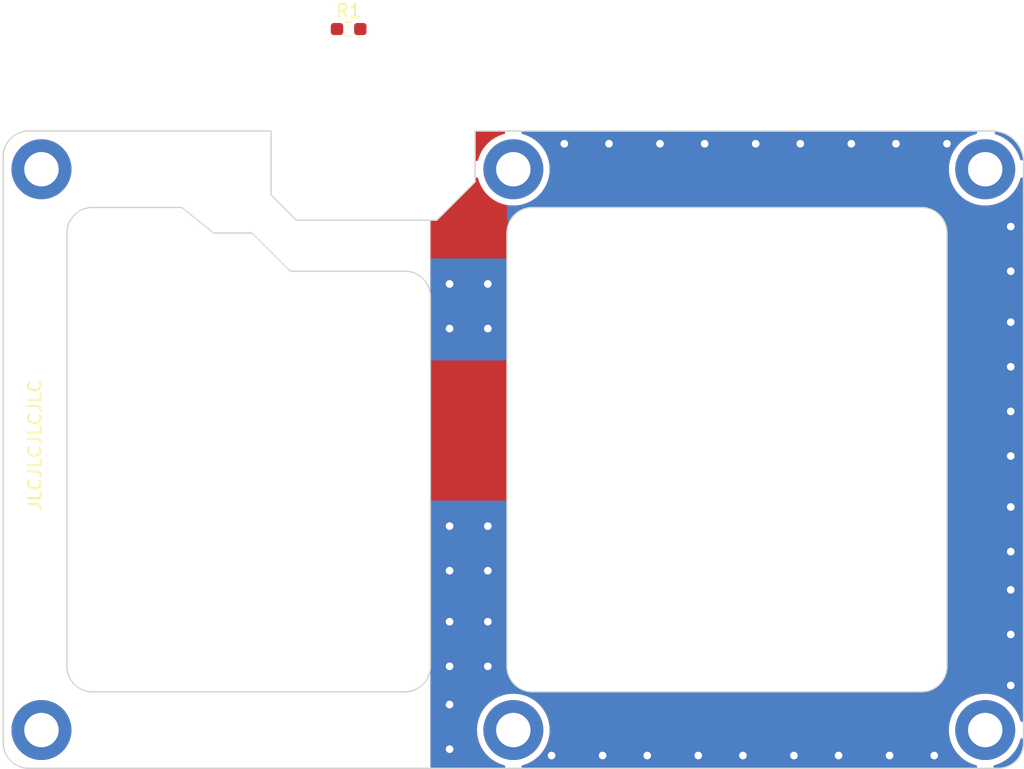
<source format=kicad_pcb>
(kicad_pcb (version 20221018) (generator pcbnew)
  (layers (0 "F.Cu" signal) (31 "B.Cu" signal) (34 "B.Paste" user) (35 "F.Paste" user) (36 "B.SilkS" user "B.Silkscreen") (37 "F.SilkS" user "F.Silkscreen") (38 "B.Mask" user) (39 "F.Mask" user) (44 "Edge.Cuts" user))
  (net 0 "")
  (net 1 "GND")
  (footprint "Resistor_SMD:R_0603_1608Metric_Pad0.98x0.95mm_HandSolder" (layer "F.Cu") (at 77.0875 42)
    (fp_text reference "R1" (at 0 -1.43) (layer "F.SilkS"))
    (fp_text value "DNP")
    (fp_line (start -0.254724 -0.5225) (end 0.254724 -0.5225) (stroke (width 0.12)) (layer "F.SilkS"))
    (fp_line (start -0.254724 0.5225) (end 0.254724 0.5225) (stroke (width 0.12)) (layer "F.SilkS"))
    (pad "1" smd roundrect (at -0.9125 0) (size 0.975 0.95) (layers "F.Cu" "F.Paste" "F.Mask") (net 1 "GND"))
    (pad "2" smd roundrect (at 0.9125 0) (size 0.975 0.95) (layers "F.Cu" "F.Paste" "F.Mask") (net 1 "GND"))
  )
  (footprint "betaBoard:betaBoard_r2.0_outlines" (layer "F.Cu") (at 50 50)
    (fp_text reference "REF**" hide)
    (fp_text value "betaBoard_r2.0_outlines" hide)
    (fp_line (start 0 48) (end 0 2) (stroke (width 0.1)) (layer "Edge.Cuts"))
    (fp_line (start 2 0) (end 13.7416 0) (stroke (width 0.1)) (layer "Edge.Cuts"))
    (fp_line (start 13.7416 0) (end 21 0) (stroke (width 0.1)) (layer "Edge.Cuts"))
    (fp_line (start 37 0) (end 77.502643 0) (stroke (width 0.1)) (layer "Edge.Cuts"))
    (fp_line (start 78 50) (end 2 50) (stroke (width 0.1)) (layer "Edge.Cuts"))
    (fp_line (start 80 2.5) (end 80 48) (stroke (width 0.1)) (layer "Edge.Cuts"))
    (fp_arc (start 0 2) (mid 0.585786 0.585786) (end 2 0) (stroke (width 0.1)) (layer "Edge.Cuts"))
    (fp_arc (start 2 50) (mid 0.585786 49.414214) (end 0 48) (stroke (width 0.1)) (layer "Edge.Cuts"))
    (fp_arc (start 77.502643 0) (mid 79.286007 0.716653) (end 80.002643 2.5) (stroke (width 0.1)) (layer "Edge.Cuts"))
    (fp_arc (start 80 48) (mid 79.414214 49.414214) (end 78 50) (stroke (width 0.1)) (layer "Edge.Cuts"))
    (pad "1" thru_hole circle locked (at 3 3) (size 4.7 4.7) (drill 2.7) (layers "*.Cu" "*.Mask"))
    (pad "1" thru_hole circle locked (at 3 47) (size 4.7 4.7) (drill 2.7) (layers "*.Cu" "*.Mask"))
    (pad "1" thru_hole circle locked (at 40 3) (size 4.7 4.7) (drill 2.7) (layers "*.Cu" "*.Mask"))
    (pad "1" thru_hole circle locked (at 40 47 45) (size 4.7 4.7) (drill 2.7) (layers "*.Cu" "*.Mask"))
    (pad "1" thru_hole circle locked (at 77 3 45) (size 4.7 4.7) (drill 2.7) (layers "*.Cu" "*.Mask"))
    (pad "1" thru_hole circle locked (at 77 47 45) (size 4.7 4.7) (drill 2.7) (layers "*.Cu" "*.Mask"))
  )
  (gr_line (start 66.5 58) (end 69.5 58) (stroke (width 0.1)) (layer "Edge.Cuts"))
  (gr_line (start 89.5 58) (end 89.5 92) (stroke (width 0.1)) (layer "Edge.Cuts"))
  (gr_arc (start 55 58) (mid 55.585786 56.585786) (end 57 56) (stroke (width 0.1)) (layer "Edge.Cuts"))
  (gr_arc (start 122 56) (mid 123.414214 56.585786) (end 124 58) (stroke (width 0.1)) (layer "Edge.Cuts"))
  (gr_line (start 73 57) (end 84 57) (stroke (width 0.1)) (layer "Edge.Cuts"))
  (gr_line (start 124 92) (end 124 58) (stroke (width 0.1)) (layer "Edge.Cuts"))
  (gr_arc (start 83.5 92) (mid 82.914214 93.414214) (end 81.5 94) (stroke (width 0.1)) (layer "Edge.Cuts"))
  (gr_arc (start 91.5 94) (mid 90.085786 93.414214) (end 89.5 92) (stroke (width 0.1)) (layer "Edge.Cuts"))
  (gr_line (start 69.5 58) (end 72.5 61) (stroke (width 0.1)) (layer "Edge.Cuts"))
  (gr_line (start 122 56) (end 91.5 56) (stroke (width 0.1)) (layer "Edge.Cuts"))
  (gr_line (start 91.5 94) (end 122 94) (stroke (width 0.1)) (layer "Edge.Cuts"))
  (gr_line (start 87 54) (end 87 50) (stroke (width 0.1)) (layer "Edge.Cuts"))
  (gr_line (start 72.5 61) (end 81.5 61) (stroke (width 0.1)) (layer "Edge.Cuts"))
  (gr_arc (start 57 94) (mid 55.585786 93.414214) (end 55 92) (stroke (width 0.1)) (layer "Edge.Cuts"))
  (gr_line (start 84 57) (end 87 54) (stroke (width 0.1)) (layer "Edge.Cuts"))
  (gr_arc (start 89.5 58) (mid 90.085786 56.585786) (end 91.5 56) (stroke (width 0.1)) (layer "Edge.Cuts"))
  (gr_line (start 71 55) (end 73 57) (stroke (width 0.1)) (layer "Edge.Cuts"))
  (gr_line (start 64 56) (end 66.5 58) (stroke (width 0.1)) (layer "Edge.Cuts"))
  (gr_line (start 57 56) (end 64 56) (stroke (width 0.1)) (layer "Edge.Cuts"))
  (gr_line (start 57 94) (end 81.5 94) (stroke (width 0.1)) (layer "Edge.Cuts"))
  (gr_line (start 55 58) (end 55 92) (stroke (width 0.1)) (layer "Edge.Cuts"))
  (gr_arc (start 124 92) (mid 123.414214 93.414214) (end 122 94) (stroke (width 0.1)) (layer "Edge.Cuts"))
  (gr_line (start 71 50) (end 71 55) (stroke (width 0.1)) (layer "Edge.Cuts"))
  (gr_arc (start 81.5 61) (mid 82.914214 61.585786) (end 83.5 63) (stroke (width 0.1)) (layer "Edge.Cuts"))
  (gr_line (start 83.5 92) (end 83.5 63) (stroke (width 0.1)) (layer "Edge.Cuts"))
  (gr_text "JLCJLCJLCJLC" (at 53.075 79.9 90) (layer "F.SilkS") (effects (font (size 1 1)) (justify left bottom)))
  (via (at 101.5 51) (size 1) (drill 0.6) (layers "F.Cu" "B.Cu") (net 1))
  (via (at 85 65.5) (size 1) (drill 0.6) (layers "F.Cu" "B.Cu") (net 1))
  (via (at 129 61) (size 1) (drill 0.6) (layers "F.Cu" "B.Cu") (net 1))
  (via (at 129 57.5) (size 1) (drill 0.6) (layers "F.Cu" "B.Cu") (net 1))
  (via (at 119.5 99) (size 1) (drill 0.6) (layers "F.Cu" "B.Cu") (net 1))
  (via (at 85 81) (size 1) (drill 0.6) (layers "F.Cu" "B.Cu") (net 1))
  (via (at 129 93.5) (size 1) (drill 0.6) (layers "F.Cu" "B.Cu") (net 1))
  (via (at 112.5 51) (size 1) (drill 0.6) (layers "F.Cu" "B.Cu") (net 1))
  (via (at 85 95) (size 1) (drill 0.6) (layers "F.Cu" "B.Cu") (net 1))
  (via (at 123 99) (size 1) (drill 0.6) (layers "F.Cu" "B.Cu") (net 1))
  (via (at 129 75.5) (size 1) (drill 0.6) (layers "F.Cu" "B.Cu") (net 1))
  (via (at 85 84.5) (size 1) (drill 0.6) (layers "F.Cu" "B.Cu") (net 1))
  (via (at 88 84.5) (size 1) (drill 0.6) (layers "F.Cu" "B.Cu") (net 1))
  (via (at 124 51) (size 1) (drill 0.6) (layers "F.Cu" "B.Cu") (net 1))
  (via (at 100.5 99) (size 1) (drill 0.6) (layers "F.Cu" "B.Cu") (net 1))
  (via (at 116.5 51) (size 1) (drill 0.6) (layers "F.Cu" "B.Cu") (net 1))
  (via (at 109 51) (size 1) (drill 0.6) (layers "F.Cu" "B.Cu") (net 1))
  (via (at 85 62) (size 1) (drill 0.6) (layers "F.Cu" "B.Cu") (net 1))
  (via (at 88 92) (size 1) (drill 0.6) (layers "F.Cu" "B.Cu") (net 1))
  (via (at 129 65) (size 1) (drill 0.6) (layers "F.Cu" "B.Cu") (net 1))
  (via (at 85 98.5) (size 1) (drill 0.6) (layers "F.Cu" "B.Cu") (net 1))
  (via (at 85 92) (size 1) (drill 0.6) (layers "F.Cu" "B.Cu") (net 1))
  (via (at 129 68.5) (size 1) (drill 0.6) (layers "F.Cu" "B.Cu") (net 1))
  (via (at 129 89.5) (size 1) (drill 0.6) (layers "F.Cu" "B.Cu") (net 1))
  (via (at 104.5 99) (size 1) (drill 0.6) (layers "F.Cu" "B.Cu") (net 1))
  (via (at 115.5 99) (size 1) (drill 0.6) (layers "F.Cu" "B.Cu") (net 1))
  (via (at 88 81) (size 1) (drill 0.6) (layers "F.Cu" "B.Cu") (net 1))
  (via (at 85 88.5) (size 1) (drill 0.6) (layers "F.Cu" "B.Cu") (net 1))
  (via (at 112 99) (size 1) (drill 0.6) (layers "F.Cu" "B.Cu") (net 1))
  (via (at 129 86) (size 1) (drill 0.6) (layers "F.Cu" "B.Cu") (net 1))
  (via (at 94 51) (size 1) (drill 0.6) (layers "F.Cu" "B.Cu") (net 1))
  (via (at 129 83) (size 1) (drill 0.6) (layers "F.Cu" "B.Cu") (net 1))
  (via (at 88 88.5) (size 1) (drill 0.6) (layers "F.Cu" "B.Cu") (net 1))
  (via (at 129 79.5) (size 1) (drill 0.6) (layers "F.Cu" "B.Cu") (net 1))
  (via (at 129 72) (size 1) (drill 0.6) (layers "F.Cu" "B.Cu") (net 1))
  (via (at 88 62) (size 1) (drill 0.6) (layers "F.Cu" "B.Cu") (net 1))
  (via (at 108 99) (size 1) (drill 0.6) (layers "F.Cu" "B.Cu") (net 1))
  (via (at 120 51) (size 1) (drill 0.6) (layers "F.Cu" "B.Cu") (net 1))
  (via (at 97 99) (size 1) (drill 0.6) (layers "F.Cu" "B.Cu") (net 1))
  (via (at 93 99) (size 1) (drill 0.6) (layers "F.Cu" "B.Cu") (net 1))
  (via (at 88 65.5) (size 1) (drill 0.6) (layers "F.Cu" "B.Cu") (net 1))
  (via (at 105 51) (size 1) (drill 0.6) (layers "F.Cu" "B.Cu") (net 1))
  (via (at 97.5 51) (size 1) (drill 0.6) (layers "F.Cu" "B.Cu") (net 1))
  (zone (net 1) (net_name "GND") (layer "F.Cu") (priority 1) (connect_pads (clearance 0.5)) (min_thickness 0.25) (fill yes (thermal_gap 0.5) (thermal_bridge_width 0.5) (island_removal_mode 1) (island_area_min 10))
    (polygon (pts (xy 130 50) (xy 130 100) (xy 83.5 100) (xy 83.5 50)))
  )
  (zone (net 1) (net_name "GND") (layer "B.Cu") (connect_pads (clearance 0.5)) (min_thickness 0.25) (fill yes (thermal_gap 0.5) (thermal_bridge_width 0.5) (island_removal_mode 1) (island_area_min 10))
    (polygon (pts (xy 130 50) (xy 130 100) (xy 83.5 100) (xy 83.5 79) (xy 89.5 79) (xy 89.5 68) (xy 83.5 68) (xy 83.5 60) (xy 89.5 60) (xy 89.5 55.5) (xy 89.5 50)))
  )
)
</source>
